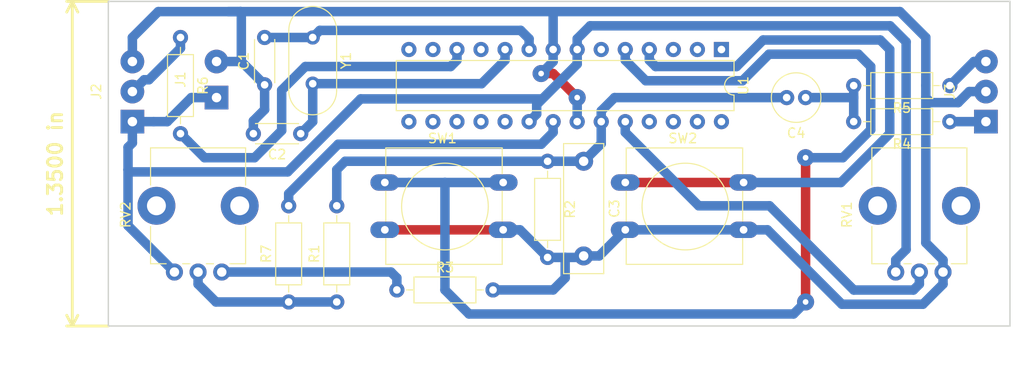
<source format=kicad_pcb>
(kicad_pcb (version 20171130) (host pcbnew 5.0.2-bee76a0~70~ubuntu16.04.1)

  (general
    (thickness 1.6)
    (drawings 6)
    (tracks 160)
    (zones 0)
    (modules 20)
    (nets 33)
  )

  (page A4)
  (layers
    (0 F.Cu signal)
    (31 B.Cu signal)
    (32 B.Adhes user)
    (33 F.Adhes user)
    (34 B.Paste user)
    (35 F.Paste user)
    (36 B.SilkS user)
    (37 F.SilkS user)
    (38 B.Mask user)
    (39 F.Mask user)
    (40 Dwgs.User user)
    (41 Cmts.User user)
    (42 Eco1.User user)
    (43 Eco2.User user)
    (44 Edge.Cuts user)
    (45 Margin user)
    (46 B.CrtYd user)
    (47 F.CrtYd user)
    (48 B.Fab user)
    (49 F.Fab user)
  )

  (setup
    (last_trace_width 1)
    (trace_clearance 0.5)
    (zone_clearance 1)
    (zone_45_only no)
    (trace_min 0.2)
    (segment_width 0.2)
    (edge_width 0.15)
    (via_size 1.8)
    (via_drill 0.6)
    (via_min_size 0.4)
    (via_min_drill 0.3)
    (uvia_size 0.3)
    (uvia_drill 0.1)
    (uvias_allowed no)
    (uvia_min_size 0.2)
    (uvia_min_drill 0.1)
    (pcb_text_width 0.3)
    (pcb_text_size 1.5 1.5)
    (mod_edge_width 0.15)
    (mod_text_size 1 1)
    (mod_text_width 0.15)
    (pad_size 1.524 1.524)
    (pad_drill 0.762)
    (pad_to_mask_clearance 0.051)
    (solder_mask_min_width 0.25)
    (aux_axis_origin 0 0)
    (visible_elements FFFFFF7F)
    (pcbplotparams
      (layerselection 0x010fc_ffffffff)
      (usegerberextensions false)
      (usegerberattributes false)
      (usegerberadvancedattributes false)
      (creategerberjobfile false)
      (excludeedgelayer true)
      (linewidth 0.100000)
      (plotframeref false)
      (viasonmask false)
      (mode 1)
      (useauxorigin false)
      (hpglpennumber 1)
      (hpglpenspeed 20)
      (hpglpendiameter 15.000000)
      (psnegative false)
      (psa4output false)
      (plotreference true)
      (plotvalue true)
      (plotinvisibletext false)
      (padsonsilk false)
      (subtractmaskfromsilk false)
      (outputformat 1)
      (mirror false)
      (drillshape 1)
      (scaleselection 1)
      (outputdirectory ""))
  )

  (net 0 "")
  (net 1 "Net-(U1-Pad1)")
  (net 2 "Net-(U1-Pad15)")
  (net 3 "Net-(U1-Pad2)")
  (net 4 "Net-(U1-Pad16)")
  (net 5 "Net-(U1-Pad3)")
  (net 6 "Net-(U1-Pad17)")
  (net 7 "Net-(SW2-Pad1)")
  (net 8 "Net-(U1-Pad18)")
  (net 9 "Net-(SW1-Pad1)")
  (net 10 "Net-(U1-Pad19)")
  (net 11 "Net-(U1-Pad6)")
  (net 12 "Net-(J1-Pad1)")
  (net 13 "Net-(C1-Pad1)")
  (net 14 "Net-(C1-Pad2)")
  (net 15 "Net-(C3-Pad1)")
  (net 16 "Net-(C2-Pad1)")
  (net 17 "Net-(RV1-Pad2)")
  (net 18 "Net-(U1-Pad11)")
  (net 19 "Net-(U1-Pad25)")
  (net 20 "Net-(J2-Pad2)")
  (net 21 "Net-(U1-Pad26)")
  (net 22 "Net-(U1-Pad13)")
  (net 23 "Net-(U1-Pad27)")
  (net 24 "Net-(U1-Pad14)")
  (net 25 "Net-(U1-Pad28)")
  (net 26 "Net-(C4-Pad1)")
  (net 27 "Net-(J3-Pad3)")
  (net 28 "Net-(J3-Pad1)")
  (net 29 "Net-(R1-Pad1)")
  (net 30 "Net-(R3-Pad1)")
  (net 31 "Net-(R6-Pad2)")
  (net 32 "Net-(R7-Pad2)")

  (net_class Default "This is the default net class."
    (clearance 0.5)
    (trace_width 1)
    (via_dia 1.8)
    (via_drill 0.6)
    (uvia_dia 0.3)
    (uvia_drill 0.1)
    (add_net "Net-(C1-Pad1)")
    (add_net "Net-(C1-Pad2)")
    (add_net "Net-(C2-Pad1)")
    (add_net "Net-(C3-Pad1)")
    (add_net "Net-(C4-Pad1)")
    (add_net "Net-(J1-Pad1)")
    (add_net "Net-(J2-Pad2)")
    (add_net "Net-(J3-Pad1)")
    (add_net "Net-(J3-Pad3)")
    (add_net "Net-(R1-Pad1)")
    (add_net "Net-(R3-Pad1)")
    (add_net "Net-(R6-Pad2)")
    (add_net "Net-(R7-Pad2)")
    (add_net "Net-(RV1-Pad2)")
    (add_net "Net-(SW1-Pad1)")
    (add_net "Net-(SW2-Pad1)")
    (add_net "Net-(U1-Pad1)")
    (add_net "Net-(U1-Pad11)")
    (add_net "Net-(U1-Pad13)")
    (add_net "Net-(U1-Pad14)")
    (add_net "Net-(U1-Pad15)")
    (add_net "Net-(U1-Pad16)")
    (add_net "Net-(U1-Pad17)")
    (add_net "Net-(U1-Pad18)")
    (add_net "Net-(U1-Pad19)")
    (add_net "Net-(U1-Pad2)")
    (add_net "Net-(U1-Pad25)")
    (add_net "Net-(U1-Pad26)")
    (add_net "Net-(U1-Pad27)")
    (add_net "Net-(U1-Pad28)")
    (add_net "Net-(U1-Pad3)")
    (add_net "Net-(U1-Pad6)")
  )

  (module Resistor_THT:R_Axial_DIN0207_L6.3mm_D2.5mm_P10.16mm_Horizontal (layer F.Cu) (tedit 5AE5139B) (tstamp 5C288C75)
    (at 198.12 82.55 180)
    (descr "Resistor, Axial_DIN0207 series, Axial, Horizontal, pin pitch=10.16mm, 0.25W = 1/4W, length*diameter=6.3*2.5mm^2, http://cdn-reichelt.de/documents/datenblatt/B400/1_4W%23YAG.pdf")
    (tags "Resistor Axial_DIN0207 series Axial Horizontal pin pitch 10.16mm 0.25W = 1/4W length 6.3mm diameter 2.5mm")
    (path /5C14B3B7)
    (fp_text reference R5 (at 5.08 -2.37 180) (layer F.SilkS)
      (effects (font (size 1 1) (thickness 0.15)))
    )
    (fp_text value 2k (at 5.08 2.37 180) (layer F.Fab)
      (effects (font (size 1 1) (thickness 0.15)))
    )
    (fp_line (start 1.93 -1.25) (end 1.93 1.25) (layer F.Fab) (width 0.1))
    (fp_line (start 1.93 1.25) (end 8.23 1.25) (layer F.Fab) (width 0.1))
    (fp_line (start 8.23 1.25) (end 8.23 -1.25) (layer F.Fab) (width 0.1))
    (fp_line (start 8.23 -1.25) (end 1.93 -1.25) (layer F.Fab) (width 0.1))
    (fp_line (start 0 0) (end 1.93 0) (layer F.Fab) (width 0.1))
    (fp_line (start 10.16 0) (end 8.23 0) (layer F.Fab) (width 0.1))
    (fp_line (start 1.81 -1.37) (end 1.81 1.37) (layer F.SilkS) (width 0.12))
    (fp_line (start 1.81 1.37) (end 8.35 1.37) (layer F.SilkS) (width 0.12))
    (fp_line (start 8.35 1.37) (end 8.35 -1.37) (layer F.SilkS) (width 0.12))
    (fp_line (start 8.35 -1.37) (end 1.81 -1.37) (layer F.SilkS) (width 0.12))
    (fp_line (start 1.04 0) (end 1.81 0) (layer F.SilkS) (width 0.12))
    (fp_line (start 9.12 0) (end 8.35 0) (layer F.SilkS) (width 0.12))
    (fp_line (start -1.05 -1.5) (end -1.05 1.5) (layer F.CrtYd) (width 0.05))
    (fp_line (start -1.05 1.5) (end 11.21 1.5) (layer F.CrtYd) (width 0.05))
    (fp_line (start 11.21 1.5) (end 11.21 -1.5) (layer F.CrtYd) (width 0.05))
    (fp_line (start 11.21 -1.5) (end -1.05 -1.5) (layer F.CrtYd) (width 0.05))
    (fp_text user %R (at 5.08 0 180) (layer F.Fab)
      (effects (font (size 1 1) (thickness 0.15)))
    )
    (pad 1 thru_hole circle (at 0 0 180) (size 1.6 1.6) (drill 0.8) (layers *.Cu *.Mask)
      (net 27 "Net-(J3-Pad3)"))
    (pad 2 thru_hole oval (at 10.16 0 180) (size 1.6 1.6) (drill 0.8) (layers *.Cu *.Mask)
      (net 26 "Net-(C4-Pad1)"))
    (model ${KISYS3DMOD}/Resistor_THT.3dshapes/R_Axial_DIN0207_L6.3mm_D2.5mm_P10.16mm_Horizontal.wrl
      (at (xyz 0 0 0))
      (scale (xyz 1 1 1))
      (rotate (xyz 0 0 0))
    )
  )

  (module Resistor_THT:R_Axial_DIN0207_L6.3mm_D2.5mm_P10.16mm_Horizontal (layer F.Cu) (tedit 5AE5139B) (tstamp 5C28901F)
    (at 155.622989 90.547412 270)
    (descr "Resistor, Axial_DIN0207 series, Axial, Horizontal, pin pitch=10.16mm, 0.25W = 1/4W, length*diameter=6.3*2.5mm^2, http://cdn-reichelt.de/documents/datenblatt/B400/1_4W%23YAG.pdf")
    (tags "Resistor Axial_DIN0207 series Axial Horizontal pin pitch 10.16mm 0.25W = 1/4W length 6.3mm diameter 2.5mm")
    (path /5C142B81)
    (fp_text reference R2 (at 5.08 -2.37 270) (layer F.SilkS)
      (effects (font (size 1 1) (thickness 0.15)))
    )
    (fp_text value 100k (at 5.08 2.37 270) (layer F.Fab)
      (effects (font (size 1 1) (thickness 0.15)))
    )
    (fp_text user %R (at 5.08 0 270) (layer F.Fab)
      (effects (font (size 1 1) (thickness 0.15)))
    )
    (fp_line (start 11.21 -1.5) (end -1.05 -1.5) (layer F.CrtYd) (width 0.05))
    (fp_line (start 11.21 1.5) (end 11.21 -1.5) (layer F.CrtYd) (width 0.05))
    (fp_line (start -1.05 1.5) (end 11.21 1.5) (layer F.CrtYd) (width 0.05))
    (fp_line (start -1.05 -1.5) (end -1.05 1.5) (layer F.CrtYd) (width 0.05))
    (fp_line (start 9.12 0) (end 8.35 0) (layer F.SilkS) (width 0.12))
    (fp_line (start 1.04 0) (end 1.81 0) (layer F.SilkS) (width 0.12))
    (fp_line (start 8.35 -1.37) (end 1.81 -1.37) (layer F.SilkS) (width 0.12))
    (fp_line (start 8.35 1.37) (end 8.35 -1.37) (layer F.SilkS) (width 0.12))
    (fp_line (start 1.81 1.37) (end 8.35 1.37) (layer F.SilkS) (width 0.12))
    (fp_line (start 1.81 -1.37) (end 1.81 1.37) (layer F.SilkS) (width 0.12))
    (fp_line (start 10.16 0) (end 8.23 0) (layer F.Fab) (width 0.1))
    (fp_line (start 0 0) (end 1.93 0) (layer F.Fab) (width 0.1))
    (fp_line (start 8.23 -1.25) (end 1.93 -1.25) (layer F.Fab) (width 0.1))
    (fp_line (start 8.23 1.25) (end 8.23 -1.25) (layer F.Fab) (width 0.1))
    (fp_line (start 1.93 1.25) (end 8.23 1.25) (layer F.Fab) (width 0.1))
    (fp_line (start 1.93 -1.25) (end 1.93 1.25) (layer F.Fab) (width 0.1))
    (pad 2 thru_hole oval (at 10.16 0 270) (size 1.6 1.6) (drill 0.8) (layers *.Cu *.Mask)
      (net 13 "Net-(C1-Pad1)"))
    (pad 1 thru_hole circle (at 0 0 270) (size 1.6 1.6) (drill 0.8) (layers *.Cu *.Mask)
      (net 15 "Net-(C3-Pad1)"))
    (model ${KISYS3DMOD}/Resistor_THT.3dshapes/R_Axial_DIN0207_L6.3mm_D2.5mm_P10.16mm_Horizontal.wrl
      (at (xyz 0 0 0))
      (scale (xyz 1 1 1))
      (rotate (xyz 0 0 0))
    )
  )

  (module Connector_Wire:SolderWirePad_1x03_P3.175mm_Drill1mm (layer F.Cu) (tedit 5AEE5F67) (tstamp 5C2888A9)
    (at 111.76 86.36 90)
    (descr "Wire solder connection")
    (tags connector)
    (path /5C15848B)
    (attr virtual)
    (fp_text reference J2 (at 3.175 -3.81 90) (layer F.SilkS)
      (effects (font (size 1 1) (thickness 0.15)))
    )
    (fp_text value WS2812 (at 3.175 3.175 90) (layer F.Fab)
      (effects (font (size 1 1) (thickness 0.15)))
    )
    (fp_text user %R (at 3.175 0 90) (layer F.Fab)
      (effects (font (size 1 1) (thickness 0.15)))
    )
    (fp_line (start -1.74 -1.75) (end 8.1 -1.75) (layer F.CrtYd) (width 0.05))
    (fp_line (start -1.74 -1.75) (end -1.74 1.75) (layer F.CrtYd) (width 0.05))
    (fp_line (start 8.1 1.75) (end 8.1 -1.75) (layer F.CrtYd) (width 0.05))
    (fp_line (start 8.1 1.75) (end -1.74 1.75) (layer F.CrtYd) (width 0.05))
    (pad 1 thru_hole rect (at 0 0 90) (size 2.49936 2.49936) (drill 1.00076) (layers *.Cu *.Mask)
      (net 12 "Net-(J1-Pad1)"))
    (pad 2 thru_hole circle (at 3.175 0 90) (size 2.49936 2.49936) (drill 1.00076) (layers *.Cu *.Mask)
      (net 20 "Net-(J2-Pad2)"))
    (pad 3 thru_hole circle (at 6.35 0 90) (size 2.49936 2.49936) (drill 1.00076) (layers *.Cu *.Mask)
      (net 13 "Net-(C1-Pad1)"))
  )

  (module Button_Switch_THT:SW_PUSH-12mm (layer F.Cu) (tedit 5A02FE31) (tstamp 5C286587)
    (at 163.83 92.79)
    (descr "SW PUSH 12mm https://www.e-switch.com/system/asset/product_line/data_sheet/143/TL1100.pdf")
    (tags "tact sw push 12mm")
    (path /5C141CB7)
    (fp_text reference SW2 (at 6.08 -4.66) (layer F.SilkS)
      (effects (font (size 1 1) (thickness 0.15)))
    )
    (fp_text value PATTERN (at 6.62 9.93) (layer F.Fab)
      (effects (font (size 1 1) (thickness 0.15)))
    )
    (fp_line (start 12.4 -3.65) (end 12.4 -0.93) (layer F.SilkS) (width 0.12))
    (fp_line (start 12.4 5.93) (end 12.4 8.65) (layer F.SilkS) (width 0.12))
    (fp_line (start 0.1 4.07) (end 0.1 0.93) (layer F.SilkS) (width 0.12))
    (fp_line (start 0.1 8.65) (end 0.1 5.93) (layer F.SilkS) (width 0.12))
    (fp_line (start 0.25 -3.5) (end 0.25 8.5) (layer F.Fab) (width 0.1))
    (fp_circle (center 6.35 2.54) (end 10.16 5.08) (layer F.SilkS) (width 0.12))
    (fp_line (start 14.25 8.75) (end -1.77 8.75) (layer F.CrtYd) (width 0.05))
    (fp_line (start 14.25 8.75) (end 14.25 -3.75) (layer F.CrtYd) (width 0.05))
    (fp_line (start -1.77 -3.75) (end -1.77 8.75) (layer F.CrtYd) (width 0.05))
    (fp_line (start -1.77 -3.75) (end 14.25 -3.75) (layer F.CrtYd) (width 0.05))
    (fp_line (start 0.1 -0.93) (end 0.1 -3.65) (layer F.SilkS) (width 0.12))
    (fp_line (start 12.4 8.65) (end 0.1 8.65) (layer F.SilkS) (width 0.12))
    (fp_line (start 12.4 0.93) (end 12.4 4.07) (layer F.SilkS) (width 0.12))
    (fp_line (start 0.1 -3.65) (end 12.4 -3.65) (layer F.SilkS) (width 0.12))
    (fp_text user %R (at 6.35 2.54) (layer F.Fab)
      (effects (font (size 1 1) (thickness 0.15)))
    )
    (fp_line (start 12.25 -3.5) (end 12.25 8.5) (layer F.Fab) (width 0.1))
    (fp_line (start 0.25 -3.5) (end 12.25 -3.5) (layer F.Fab) (width 0.1))
    (fp_line (start 0.25 8.5) (end 12.25 8.5) (layer F.Fab) (width 0.1))
    (pad 2 thru_hole oval (at 0 5) (size 3.048 1.7272) (drill 0.8128) (layers *.Cu *.Mask)
      (net 13 "Net-(C1-Pad1)"))
    (pad 1 thru_hole oval (at 0 0) (size 3.048 1.7272) (drill 0.8128) (layers *.Cu *.Mask)
      (net 7 "Net-(SW2-Pad1)"))
    (pad 2 thru_hole oval (at 12.5 5) (size 3.048 1.7272) (drill 0.8128) (layers *.Cu *.Mask)
      (net 13 "Net-(C1-Pad1)"))
    (pad 1 thru_hole oval (at 12.5 0) (size 3.048 1.7272) (drill 0.8128) (layers *.Cu *.Mask)
      (net 7 "Net-(SW2-Pad1)"))
    (model ${KISYS3DMOD}/Button_Switch_THT.3dshapes/SW_PUSH-12mm.wrl
      (at (xyz 0 0 0))
      (scale (xyz 1 1 1))
      (rotate (xyz 0 0 0))
    )
  )

  (module Button_Switch_THT:SW_PUSH-12mm (layer F.Cu) (tedit 5A02FE31) (tstamp 5C28656E)
    (at 138.43 92.79)
    (descr "SW PUSH 12mm https://www.e-switch.com/system/asset/product_line/data_sheet/143/TL1100.pdf")
    (tags "tact sw push 12mm")
    (path /5C141D4F)
    (fp_text reference SW1 (at 6.08 -4.66) (layer F.SilkS)
      (effects (font (size 1 1) (thickness 0.15)))
    )
    (fp_text value COLOR (at 6.62 9.93) (layer F.Fab)
      (effects (font (size 1 1) (thickness 0.15)))
    )
    (fp_line (start 0.25 8.5) (end 12.25 8.5) (layer F.Fab) (width 0.1))
    (fp_line (start 0.25 -3.5) (end 12.25 -3.5) (layer F.Fab) (width 0.1))
    (fp_line (start 12.25 -3.5) (end 12.25 8.5) (layer F.Fab) (width 0.1))
    (fp_text user %R (at 6.35 2.54) (layer F.Fab)
      (effects (font (size 1 1) (thickness 0.15)))
    )
    (fp_line (start 0.1 -3.65) (end 12.4 -3.65) (layer F.SilkS) (width 0.12))
    (fp_line (start 12.4 0.93) (end 12.4 4.07) (layer F.SilkS) (width 0.12))
    (fp_line (start 12.4 8.65) (end 0.1 8.65) (layer F.SilkS) (width 0.12))
    (fp_line (start 0.1 -0.93) (end 0.1 -3.65) (layer F.SilkS) (width 0.12))
    (fp_line (start -1.77 -3.75) (end 14.25 -3.75) (layer F.CrtYd) (width 0.05))
    (fp_line (start -1.77 -3.75) (end -1.77 8.75) (layer F.CrtYd) (width 0.05))
    (fp_line (start 14.25 8.75) (end 14.25 -3.75) (layer F.CrtYd) (width 0.05))
    (fp_line (start 14.25 8.75) (end -1.77 8.75) (layer F.CrtYd) (width 0.05))
    (fp_circle (center 6.35 2.54) (end 10.16 5.08) (layer F.SilkS) (width 0.12))
    (fp_line (start 0.25 -3.5) (end 0.25 8.5) (layer F.Fab) (width 0.1))
    (fp_line (start 0.1 8.65) (end 0.1 5.93) (layer F.SilkS) (width 0.12))
    (fp_line (start 0.1 4.07) (end 0.1 0.93) (layer F.SilkS) (width 0.12))
    (fp_line (start 12.4 5.93) (end 12.4 8.65) (layer F.SilkS) (width 0.12))
    (fp_line (start 12.4 -3.65) (end 12.4 -0.93) (layer F.SilkS) (width 0.12))
    (pad 1 thru_hole oval (at 12.5 0) (size 3.048 1.7272) (drill 0.8128) (layers *.Cu *.Mask)
      (net 9 "Net-(SW1-Pad1)"))
    (pad 2 thru_hole oval (at 12.5 5) (size 3.048 1.7272) (drill 0.8128) (layers *.Cu *.Mask)
      (net 13 "Net-(C1-Pad1)"))
    (pad 1 thru_hole oval (at 0 0) (size 3.048 1.7272) (drill 0.8128) (layers *.Cu *.Mask)
      (net 9 "Net-(SW1-Pad1)"))
    (pad 2 thru_hole oval (at 0 5) (size 3.048 1.7272) (drill 0.8128) (layers *.Cu *.Mask)
      (net 13 "Net-(C1-Pad1)"))
    (model ${KISYS3DMOD}/Button_Switch_THT.3dshapes/SW_PUSH-12mm.wrl
      (at (xyz 0 0 0))
      (scale (xyz 1 1 1))
      (rotate (xyz 0 0 0))
    )
  )

  (module Potentiometer_THT:Potentiometer_Alps_RK09K_Single_Vertical (layer F.Cu) (tedit 5A3D4993) (tstamp 5C286403)
    (at 197.4 102.25 90)
    (descr "Potentiometer, vertical, Alps RK09K Single, http://www.alps.com/prod/info/E/HTML/Potentiometer/RotaryPotentiometers/RK09K/RK09K_list.html")
    (tags "Potentiometer vertical Alps RK09K Single")
    (path /5C14226C)
    (fp_text reference RV1 (at 6.05 -10.15 90) (layer F.SilkS)
      (effects (font (size 1 1) (thickness 0.15)))
    )
    (fp_text value 10k (at 6.05 5.15 90) (layer F.Fab)
      (effects (font (size 1 1) (thickness 0.15)))
    )
    (fp_text user %R (at 2 -2.5 180) (layer F.Fab)
      (effects (font (size 1 1) (thickness 0.15)))
    )
    (fp_line (start 13.25 -9.15) (end -1.15 -9.15) (layer F.CrtYd) (width 0.05))
    (fp_line (start 13.25 4.15) (end 13.25 -9.15) (layer F.CrtYd) (width 0.05))
    (fp_line (start -1.15 4.15) (end 13.25 4.15) (layer F.CrtYd) (width 0.05))
    (fp_line (start -1.15 -9.15) (end -1.15 4.15) (layer F.CrtYd) (width 0.05))
    (fp_line (start 13.12 -7.521) (end 13.12 2.52) (layer F.SilkS) (width 0.12))
    (fp_line (start 0.88 0.87) (end 0.88 2.52) (layer F.SilkS) (width 0.12))
    (fp_line (start 0.88 -1.629) (end 0.88 -0.87) (layer F.SilkS) (width 0.12))
    (fp_line (start 0.88 -4.129) (end 0.88 -3.37) (layer F.SilkS) (width 0.12))
    (fp_line (start 0.88 -7.521) (end 0.88 -5.871) (layer F.SilkS) (width 0.12))
    (fp_line (start 9.184 2.52) (end 13.12 2.52) (layer F.SilkS) (width 0.12))
    (fp_line (start 0.88 2.52) (end 4.817 2.52) (layer F.SilkS) (width 0.12))
    (fp_line (start 9.184 -7.521) (end 13.12 -7.521) (layer F.SilkS) (width 0.12))
    (fp_line (start 0.88 -7.521) (end 4.817 -7.521) (layer F.SilkS) (width 0.12))
    (fp_line (start 13 -7.4) (end 1 -7.4) (layer F.Fab) (width 0.1))
    (fp_line (start 13 2.4) (end 13 -7.4) (layer F.Fab) (width 0.1))
    (fp_line (start 1 2.4) (end 13 2.4) (layer F.Fab) (width 0.1))
    (fp_line (start 1 -7.4) (end 1 2.4) (layer F.Fab) (width 0.1))
    (fp_circle (center 7.5 -2.5) (end 10.5 -2.5) (layer F.Fab) (width 0.1))
    (pad "" np_thru_hole circle (at 7 1.9 90) (size 4 4) (drill 2) (layers *.Cu *.Mask))
    (pad "" np_thru_hole circle (at 7 -6.9 90) (size 4 4) (drill 2) (layers *.Cu *.Mask))
    (pad 1 thru_hole circle (at 0 0 90) (size 1.8 1.8) (drill 1) (layers *.Cu *.Mask)
      (net 13 "Net-(C1-Pad1)"))
    (pad 2 thru_hole circle (at 0 -2.5 90) (size 1.8 1.8) (drill 1) (layers *.Cu *.Mask)
      (net 17 "Net-(RV1-Pad2)"))
    (pad 3 thru_hole circle (at 0 -5 90) (size 1.8 1.8) (drill 1) (layers *.Cu *.Mask)
      (net 12 "Net-(J1-Pad1)"))
    (model ${KISYS3DMOD}/Potentiometer_THT.3dshapes/Potentiometer_Alps_RK09K_Single_Vertical.wrl
      (at (xyz 0 0 0))
      (scale (xyz 1 1 1))
      (rotate (xyz 0 0 0))
    )
  )

  (module Potentiometer_THT:Potentiometer_Alps_RK09K_Single_Vertical (layer F.Cu) (tedit 5A3D4993) (tstamp 5C287F5C)
    (at 121.2 102.25 90)
    (descr "Potentiometer, vertical, Alps RK09K Single, http://www.alps.com/prod/info/E/HTML/Potentiometer/RotaryPotentiometers/RK09K/RK09K_list.html")
    (tags "Potentiometer vertical Alps RK09K Single")
    (path /5C142931)
    (fp_text reference RV2 (at 6.05 -10.15 90) (layer F.SilkS)
      (effects (font (size 1 1) (thickness 0.15)))
    )
    (fp_text value 10k (at 6.05 5.15 90) (layer F.Fab)
      (effects (font (size 1 1) (thickness 0.15)))
    )
    (fp_circle (center 7.5 -2.5) (end 10.5 -2.5) (layer F.Fab) (width 0.1))
    (fp_line (start 1 -7.4) (end 1 2.4) (layer F.Fab) (width 0.1))
    (fp_line (start 1 2.4) (end 13 2.4) (layer F.Fab) (width 0.1))
    (fp_line (start 13 2.4) (end 13 -7.4) (layer F.Fab) (width 0.1))
    (fp_line (start 13 -7.4) (end 1 -7.4) (layer F.Fab) (width 0.1))
    (fp_line (start 0.88 -7.521) (end 4.817 -7.521) (layer F.SilkS) (width 0.12))
    (fp_line (start 9.184 -7.521) (end 13.12 -7.521) (layer F.SilkS) (width 0.12))
    (fp_line (start 0.88 2.52) (end 4.817 2.52) (layer F.SilkS) (width 0.12))
    (fp_line (start 9.184 2.52) (end 13.12 2.52) (layer F.SilkS) (width 0.12))
    (fp_line (start 0.88 -7.521) (end 0.88 -5.871) (layer F.SilkS) (width 0.12))
    (fp_line (start 0.88 -4.129) (end 0.88 -3.37) (layer F.SilkS) (width 0.12))
    (fp_line (start 0.88 -1.629) (end 0.88 -0.87) (layer F.SilkS) (width 0.12))
    (fp_line (start 0.88 0.87) (end 0.88 2.52) (layer F.SilkS) (width 0.12))
    (fp_line (start 13.12 -7.521) (end 13.12 2.52) (layer F.SilkS) (width 0.12))
    (fp_line (start -1.15 -9.15) (end -1.15 4.15) (layer F.CrtYd) (width 0.05))
    (fp_line (start -1.15 4.15) (end 13.25 4.15) (layer F.CrtYd) (width 0.05))
    (fp_line (start 13.25 4.15) (end 13.25 -9.15) (layer F.CrtYd) (width 0.05))
    (fp_line (start 13.25 -9.15) (end -1.15 -9.15) (layer F.CrtYd) (width 0.05))
    (fp_text user %R (at 2 -2.5 180) (layer F.Fab)
      (effects (font (size 1 1) (thickness 0.15)))
    )
    (pad 3 thru_hole circle (at 0 -5 90) (size 1.8 1.8) (drill 1) (layers *.Cu *.Mask)
      (net 12 "Net-(J1-Pad1)"))
    (pad 2 thru_hole circle (at 0 -2.5 90) (size 1.8 1.8) (drill 1) (layers *.Cu *.Mask)
      (net 29 "Net-(R1-Pad1)"))
    (pad 1 thru_hole circle (at 0 0 90) (size 1.8 1.8) (drill 1) (layers *.Cu *.Mask)
      (net 30 "Net-(R3-Pad1)"))
    (pad "" np_thru_hole circle (at 7 -6.9 90) (size 4 4) (drill 2) (layers *.Cu *.Mask))
    (pad "" np_thru_hole circle (at 7 1.9 90) (size 4 4) (drill 2) (layers *.Cu *.Mask))
    (model ${KISYS3DMOD}/Potentiometer_THT.3dshapes/Potentiometer_Alps_RK09K_Single_Vertical.wrl
      (at (xyz 0 0 0))
      (scale (xyz 1 1 1))
      (rotate (xyz 0 0 0))
    )
  )

  (module Capacitor_THT:C_Rect_L13.5mm_W4.0mm_P10.00mm_FKS3_FKP3_MKS4 (layer F.Cu) (tedit 5AE50EF0) (tstamp 5C28905D)
    (at 159.432989 90.547412 270)
    (descr "C, Rect series, Radial, pin pitch=10.00mm, , length*width=13.5*4mm^2, Capacitor, http://www.wima.com/EN/WIMA_FKS_3.pdf, http://www.wima.com/EN/WIMA_MKS_4.pdf")
    (tags "C Rect series Radial pin pitch 10.00mm  length 13.5mm width 4mm Capacitor")
    (path /5C142A1B)
    (fp_text reference C3 (at 5 -3.25 270) (layer F.SilkS)
      (effects (font (size 1 1) (thickness 0.15)))
    )
    (fp_text value 0,1uF (at 5 3.25 270) (layer F.Fab)
      (effects (font (size 1 1) (thickness 0.15)))
    )
    (fp_line (start -1.75 -2) (end -1.75 2) (layer F.Fab) (width 0.1))
    (fp_line (start -1.75 2) (end 11.75 2) (layer F.Fab) (width 0.1))
    (fp_line (start 11.75 2) (end 11.75 -2) (layer F.Fab) (width 0.1))
    (fp_line (start 11.75 -2) (end -1.75 -2) (layer F.Fab) (width 0.1))
    (fp_line (start -1.87 -2.12) (end 11.87 -2.12) (layer F.SilkS) (width 0.12))
    (fp_line (start -1.87 2.12) (end 11.87 2.12) (layer F.SilkS) (width 0.12))
    (fp_line (start -1.87 -2.12) (end -1.87 2.12) (layer F.SilkS) (width 0.12))
    (fp_line (start 11.87 -2.12) (end 11.87 2.12) (layer F.SilkS) (width 0.12))
    (fp_line (start -2 -2.25) (end -2 2.25) (layer F.CrtYd) (width 0.05))
    (fp_line (start -2 2.25) (end 12 2.25) (layer F.CrtYd) (width 0.05))
    (fp_line (start 12 2.25) (end 12 -2.25) (layer F.CrtYd) (width 0.05))
    (fp_line (start 12 -2.25) (end -2 -2.25) (layer F.CrtYd) (width 0.05))
    (fp_text user %R (at 5 0 270) (layer F.Fab)
      (effects (font (size 1 1) (thickness 0.15)))
    )
    (pad 1 thru_hole circle (at 0 0 270) (size 2 2) (drill 1) (layers *.Cu *.Mask)
      (net 15 "Net-(C3-Pad1)"))
    (pad 2 thru_hole circle (at 10 0 270) (size 2 2) (drill 1) (layers *.Cu *.Mask)
      (net 13 "Net-(C1-Pad1)"))
    (model ${KISYS3DMOD}/Capacitor_THT.3dshapes/C_Rect_L13.5mm_W4.0mm_P10.00mm_FKS3_FKP3_MKS4.wrl
      (at (xyz 0 0 0))
      (scale (xyz 1 1 1))
      (rotate (xyz 0 0 0))
    )
  )

  (module Resistor_THT:R_Axial_DIN0207_L6.3mm_D2.5mm_P10.16mm_Horizontal (layer F.Cu) (tedit 5AE5139B) (tstamp 5C23391A)
    (at 128.27 105.41 90)
    (descr "Resistor, Axial_DIN0207 series, Axial, Horizontal, pin pitch=10.16mm, 0.25W = 1/4W, length*diameter=6.3*2.5mm^2, http://cdn-reichelt.de/documents/datenblatt/B400/1_4W%23YAG.pdf")
    (tags "Resistor Axial_DIN0207 series Axial Horizontal pin pitch 10.16mm 0.25W = 1/4W length 6.3mm diameter 2.5mm")
    (path /5C16A2B9)
    (fp_text reference R7 (at 5.08 -2.37 90) (layer F.SilkS)
      (effects (font (size 1 1) (thickness 0.15)))
    )
    (fp_text value 2k (at 5.08 2.37 90) (layer F.Fab)
      (effects (font (size 1 1) (thickness 0.15)))
    )
    (fp_line (start 1.93 -1.25) (end 1.93 1.25) (layer F.Fab) (width 0.1))
    (fp_line (start 1.93 1.25) (end 8.23 1.25) (layer F.Fab) (width 0.1))
    (fp_line (start 8.23 1.25) (end 8.23 -1.25) (layer F.Fab) (width 0.1))
    (fp_line (start 8.23 -1.25) (end 1.93 -1.25) (layer F.Fab) (width 0.1))
    (fp_line (start 0 0) (end 1.93 0) (layer F.Fab) (width 0.1))
    (fp_line (start 10.16 0) (end 8.23 0) (layer F.Fab) (width 0.1))
    (fp_line (start 1.81 -1.37) (end 1.81 1.37) (layer F.SilkS) (width 0.12))
    (fp_line (start 1.81 1.37) (end 8.35 1.37) (layer F.SilkS) (width 0.12))
    (fp_line (start 8.35 1.37) (end 8.35 -1.37) (layer F.SilkS) (width 0.12))
    (fp_line (start 8.35 -1.37) (end 1.81 -1.37) (layer F.SilkS) (width 0.12))
    (fp_line (start 1.04 0) (end 1.81 0) (layer F.SilkS) (width 0.12))
    (fp_line (start 9.12 0) (end 8.35 0) (layer F.SilkS) (width 0.12))
    (fp_line (start -1.05 -1.5) (end -1.05 1.5) (layer F.CrtYd) (width 0.05))
    (fp_line (start -1.05 1.5) (end 11.21 1.5) (layer F.CrtYd) (width 0.05))
    (fp_line (start 11.21 1.5) (end 11.21 -1.5) (layer F.CrtYd) (width 0.05))
    (fp_line (start 11.21 -1.5) (end -1.05 -1.5) (layer F.CrtYd) (width 0.05))
    (fp_text user %R (at 5.08 0 90) (layer F.Fab)
      (effects (font (size 1 1) (thickness 0.15)))
    )
    (pad 1 thru_hole circle (at 0 0 90) (size 1.6 1.6) (drill 0.8) (layers *.Cu *.Mask)
      (net 29 "Net-(R1-Pad1)"))
    (pad 2 thru_hole oval (at 10.16 0 90) (size 1.6 1.6) (drill 0.8) (layers *.Cu *.Mask)
      (net 32 "Net-(R7-Pad2)"))
    (model ${KISYS3DMOD}/Resistor_THT.3dshapes/R_Axial_DIN0207_L6.3mm_D2.5mm_P10.16mm_Horizontal.wrl
      (at (xyz 0 0 0))
      (scale (xyz 1 1 1))
      (rotate (xyz 0 0 0))
    )
  )

  (module Connector_Wire:SolderWirePad_1x02_P3.81mm_Drill1mm (layer F.Cu) (tedit 5AEE5F04) (tstamp 5C288AAC)
    (at 120.65 83.82 90)
    (descr "Wire solder connection")
    (tags connector)
    (path /5C15BC04)
    (attr virtual)
    (fp_text reference J1 (at 1.905 -3.81 90) (layer F.SilkS)
      (effects (font (size 1 1) (thickness 0.15)))
    )
    (fp_text value 5V (at 1.905 3.81 90) (layer F.Fab)
      (effects (font (size 1 1) (thickness 0.15)))
    )
    (fp_text user %R (at 1.905 0 90) (layer F.Fab)
      (effects (font (size 1 1) (thickness 0.15)))
    )
    (fp_line (start -1.74 -1.75) (end 5.56 -1.75) (layer F.CrtYd) (width 0.05))
    (fp_line (start -1.74 -1.75) (end -1.74 1.75) (layer F.CrtYd) (width 0.05))
    (fp_line (start 5.56 1.75) (end 5.56 -1.75) (layer F.CrtYd) (width 0.05))
    (fp_line (start 5.56 1.75) (end -1.74 1.75) (layer F.CrtYd) (width 0.05))
    (pad 1 thru_hole rect (at 0 0 90) (size 2.49936 2.49936) (drill 1.00076) (layers *.Cu *.Mask)
      (net 12 "Net-(J1-Pad1)"))
    (pad 2 thru_hole circle (at 3.81 0 90) (size 2.49936 2.49936) (drill 1.00076) (layers *.Cu *.Mask)
      (net 13 "Net-(C1-Pad1)"))
  )

  (module Resistor_THT:R_Axial_DIN0207_L6.3mm_D2.5mm_P10.16mm_Horizontal (layer F.Cu) (tedit 5AE5139B) (tstamp 5C180B39)
    (at 116.84 77.47 270)
    (descr "Resistor, Axial_DIN0207 series, Axial, Horizontal, pin pitch=10.16mm, 0.25W = 1/4W, length*diameter=6.3*2.5mm^2, http://cdn-reichelt.de/documents/datenblatt/B400/1_4W%23YAG.pdf")
    (tags "Resistor Axial_DIN0207 series Axial Horizontal pin pitch 10.16mm 0.25W = 1/4W length 6.3mm diameter 2.5mm")
    (path /5C14FEE7)
    (fp_text reference R6 (at 5.08 -2.37 270) (layer F.SilkS)
      (effects (font (size 1 1) (thickness 0.15)))
    )
    (fp_text value 220 (at 5.08 2.37 270) (layer F.Fab)
      (effects (font (size 1 1) (thickness 0.15)))
    )
    (fp_text user %R (at 5.08 0 270) (layer F.Fab)
      (effects (font (size 1 1) (thickness 0.15)))
    )
    (fp_line (start 11.21 -1.5) (end -1.05 -1.5) (layer F.CrtYd) (width 0.05))
    (fp_line (start 11.21 1.5) (end 11.21 -1.5) (layer F.CrtYd) (width 0.05))
    (fp_line (start -1.05 1.5) (end 11.21 1.5) (layer F.CrtYd) (width 0.05))
    (fp_line (start -1.05 -1.5) (end -1.05 1.5) (layer F.CrtYd) (width 0.05))
    (fp_line (start 9.12 0) (end 8.35 0) (layer F.SilkS) (width 0.12))
    (fp_line (start 1.04 0) (end 1.81 0) (layer F.SilkS) (width 0.12))
    (fp_line (start 8.35 -1.37) (end 1.81 -1.37) (layer F.SilkS) (width 0.12))
    (fp_line (start 8.35 1.37) (end 8.35 -1.37) (layer F.SilkS) (width 0.12))
    (fp_line (start 1.81 1.37) (end 8.35 1.37) (layer F.SilkS) (width 0.12))
    (fp_line (start 1.81 -1.37) (end 1.81 1.37) (layer F.SilkS) (width 0.12))
    (fp_line (start 10.16 0) (end 8.23 0) (layer F.Fab) (width 0.1))
    (fp_line (start 0 0) (end 1.93 0) (layer F.Fab) (width 0.1))
    (fp_line (start 8.23 -1.25) (end 1.93 -1.25) (layer F.Fab) (width 0.1))
    (fp_line (start 8.23 1.25) (end 8.23 -1.25) (layer F.Fab) (width 0.1))
    (fp_line (start 1.93 1.25) (end 8.23 1.25) (layer F.Fab) (width 0.1))
    (fp_line (start 1.93 -1.25) (end 1.93 1.25) (layer F.Fab) (width 0.1))
    (pad 2 thru_hole oval (at 10.16 0 270) (size 1.6 1.6) (drill 0.8) (layers *.Cu *.Mask)
      (net 31 "Net-(R6-Pad2)"))
    (pad 1 thru_hole circle (at 0 0 270) (size 1.6 1.6) (drill 0.8) (layers *.Cu *.Mask)
      (net 20 "Net-(J2-Pad2)"))
    (model ${KISYS3DMOD}/Resistor_THT.3dshapes/R_Axial_DIN0207_L6.3mm_D2.5mm_P10.16mm_Horizontal.wrl
      (at (xyz 0 0 0))
      (scale (xyz 1 1 1))
      (rotate (xyz 0 0 0))
    )
  )

  (module Resistor_THT:R_Axial_DIN0207_L6.3mm_D2.5mm_P10.16mm_Horizontal (layer F.Cu) (tedit 5AE5139B) (tstamp 5C289292)
    (at 133.35 105.41 90)
    (descr "Resistor, Axial_DIN0207 series, Axial, Horizontal, pin pitch=10.16mm, 0.25W = 1/4W, length*diameter=6.3*2.5mm^2, http://cdn-reichelt.de/documents/datenblatt/B400/1_4W%23YAG.pdf")
    (tags "Resistor Axial_DIN0207 series Axial Horizontal pin pitch 10.16mm 0.25W = 1/4W length 6.3mm diameter 2.5mm")
    (path /5C142CB7)
    (fp_text reference R1 (at 5.08 -2.37 90) (layer F.SilkS)
      (effects (font (size 1 1) (thickness 0.15)))
    )
    (fp_text value 100k (at 5.08 2.37 90) (layer F.Fab)
      (effects (font (size 1 1) (thickness 0.15)))
    )
    (fp_line (start 1.93 -1.25) (end 1.93 1.25) (layer F.Fab) (width 0.1))
    (fp_line (start 1.93 1.25) (end 8.23 1.25) (layer F.Fab) (width 0.1))
    (fp_line (start 8.23 1.25) (end 8.23 -1.25) (layer F.Fab) (width 0.1))
    (fp_line (start 8.23 -1.25) (end 1.93 -1.25) (layer F.Fab) (width 0.1))
    (fp_line (start 0 0) (end 1.93 0) (layer F.Fab) (width 0.1))
    (fp_line (start 10.16 0) (end 8.23 0) (layer F.Fab) (width 0.1))
    (fp_line (start 1.81 -1.37) (end 1.81 1.37) (layer F.SilkS) (width 0.12))
    (fp_line (start 1.81 1.37) (end 8.35 1.37) (layer F.SilkS) (width 0.12))
    (fp_line (start 8.35 1.37) (end 8.35 -1.37) (layer F.SilkS) (width 0.12))
    (fp_line (start 8.35 -1.37) (end 1.81 -1.37) (layer F.SilkS) (width 0.12))
    (fp_line (start 1.04 0) (end 1.81 0) (layer F.SilkS) (width 0.12))
    (fp_line (start 9.12 0) (end 8.35 0) (layer F.SilkS) (width 0.12))
    (fp_line (start -1.05 -1.5) (end -1.05 1.5) (layer F.CrtYd) (width 0.05))
    (fp_line (start -1.05 1.5) (end 11.21 1.5) (layer F.CrtYd) (width 0.05))
    (fp_line (start 11.21 1.5) (end 11.21 -1.5) (layer F.CrtYd) (width 0.05))
    (fp_line (start 11.21 -1.5) (end -1.05 -1.5) (layer F.CrtYd) (width 0.05))
    (fp_text user %R (at 5.08 0 90) (layer F.Fab)
      (effects (font (size 1 1) (thickness 0.15)))
    )
    (pad 1 thru_hole circle (at 0 0 90) (size 1.6 1.6) (drill 0.8) (layers *.Cu *.Mask)
      (net 29 "Net-(R1-Pad1)"))
    (pad 2 thru_hole oval (at 10.16 0 90) (size 1.6 1.6) (drill 0.8) (layers *.Cu *.Mask)
      (net 15 "Net-(C3-Pad1)"))
    (model ${KISYS3DMOD}/Resistor_THT.3dshapes/R_Axial_DIN0207_L6.3mm_D2.5mm_P10.16mm_Horizontal.wrl
      (at (xyz 0 0 0))
      (scale (xyz 1 1 1))
      (rotate (xyz 0 0 0))
    )
  )

  (module Resistor_THT:R_Axial_DIN0207_L6.3mm_D2.5mm_P10.16mm_Horizontal (layer F.Cu) (tedit 5AE5139B) (tstamp 5C289496)
    (at 139.7 104.14)
    (descr "Resistor, Axial_DIN0207 series, Axial, Horizontal, pin pitch=10.16mm, 0.25W = 1/4W, length*diameter=6.3*2.5mm^2, http://cdn-reichelt.de/documents/datenblatt/B400/1_4W%23YAG.pdf")
    (tags "Resistor Axial_DIN0207 series Axial Horizontal pin pitch 10.16mm 0.25W = 1/4W length 6.3mm diameter 2.5mm")
    (path /5C149033)
    (fp_text reference R3 (at 5.08 -2.37) (layer F.SilkS)
      (effects (font (size 1 1) (thickness 0.15)))
    )
    (fp_text value 2k (at 5.08 2.37) (layer F.Fab)
      (effects (font (size 1 1) (thickness 0.15)))
    )
    (fp_line (start 1.93 -1.25) (end 1.93 1.25) (layer F.Fab) (width 0.1))
    (fp_line (start 1.93 1.25) (end 8.23 1.25) (layer F.Fab) (width 0.1))
    (fp_line (start 8.23 1.25) (end 8.23 -1.25) (layer F.Fab) (width 0.1))
    (fp_line (start 8.23 -1.25) (end 1.93 -1.25) (layer F.Fab) (width 0.1))
    (fp_line (start 0 0) (end 1.93 0) (layer F.Fab) (width 0.1))
    (fp_line (start 10.16 0) (end 8.23 0) (layer F.Fab) (width 0.1))
    (fp_line (start 1.81 -1.37) (end 1.81 1.37) (layer F.SilkS) (width 0.12))
    (fp_line (start 1.81 1.37) (end 8.35 1.37) (layer F.SilkS) (width 0.12))
    (fp_line (start 8.35 1.37) (end 8.35 -1.37) (layer F.SilkS) (width 0.12))
    (fp_line (start 8.35 -1.37) (end 1.81 -1.37) (layer F.SilkS) (width 0.12))
    (fp_line (start 1.04 0) (end 1.81 0) (layer F.SilkS) (width 0.12))
    (fp_line (start 9.12 0) (end 8.35 0) (layer F.SilkS) (width 0.12))
    (fp_line (start -1.05 -1.5) (end -1.05 1.5) (layer F.CrtYd) (width 0.05))
    (fp_line (start -1.05 1.5) (end 11.21 1.5) (layer F.CrtYd) (width 0.05))
    (fp_line (start 11.21 1.5) (end 11.21 -1.5) (layer F.CrtYd) (width 0.05))
    (fp_line (start 11.21 -1.5) (end -1.05 -1.5) (layer F.CrtYd) (width 0.05))
    (fp_text user %R (at 5.08 0) (layer F.Fab)
      (effects (font (size 1 1) (thickness 0.15)))
    )
    (pad 1 thru_hole circle (at 0 0) (size 1.6 1.6) (drill 0.8) (layers *.Cu *.Mask)
      (net 30 "Net-(R3-Pad1)"))
    (pad 2 thru_hole oval (at 10.16 0) (size 1.6 1.6) (drill 0.8) (layers *.Cu *.Mask)
      (net 13 "Net-(C1-Pad1)"))
    (model ${KISYS3DMOD}/Resistor_THT.3dshapes/R_Axial_DIN0207_L6.3mm_D2.5mm_P10.16mm_Horizontal.wrl
      (at (xyz 0 0 0))
      (scale (xyz 1 1 1))
      (rotate (xyz 0 0 0))
    )
  )

  (module Resistor_THT:R_Axial_DIN0207_L6.3mm_D2.5mm_P10.16mm_Horizontal (layer F.Cu) (tedit 5AE5139B) (tstamp 5C289189)
    (at 198.12 86.36 180)
    (descr "Resistor, Axial_DIN0207 series, Axial, Horizontal, pin pitch=10.16mm, 0.25W = 1/4W, length*diameter=6.3*2.5mm^2, http://cdn-reichelt.de/documents/datenblatt/B400/1_4W%23YAG.pdf")
    (tags "Resistor Axial_DIN0207 series Axial Horizontal pin pitch 10.16mm 0.25W = 1/4W length 6.3mm diameter 2.5mm")
    (path /5C14B333)
    (fp_text reference R4 (at 5.08 -2.37 180) (layer F.SilkS)
      (effects (font (size 1 1) (thickness 0.15)))
    )
    (fp_text value 2k (at 5.08 2.37 180) (layer F.Fab)
      (effects (font (size 1 1) (thickness 0.15)))
    )
    (fp_text user %R (at 5.08 0 180) (layer F.Fab)
      (effects (font (size 1 1) (thickness 0.15)))
    )
    (fp_line (start 11.21 -1.5) (end -1.05 -1.5) (layer F.CrtYd) (width 0.05))
    (fp_line (start 11.21 1.5) (end 11.21 -1.5) (layer F.CrtYd) (width 0.05))
    (fp_line (start -1.05 1.5) (end 11.21 1.5) (layer F.CrtYd) (width 0.05))
    (fp_line (start -1.05 -1.5) (end -1.05 1.5) (layer F.CrtYd) (width 0.05))
    (fp_line (start 9.12 0) (end 8.35 0) (layer F.SilkS) (width 0.12))
    (fp_line (start 1.04 0) (end 1.81 0) (layer F.SilkS) (width 0.12))
    (fp_line (start 8.35 -1.37) (end 1.81 -1.37) (layer F.SilkS) (width 0.12))
    (fp_line (start 8.35 1.37) (end 8.35 -1.37) (layer F.SilkS) (width 0.12))
    (fp_line (start 1.81 1.37) (end 8.35 1.37) (layer F.SilkS) (width 0.12))
    (fp_line (start 1.81 -1.37) (end 1.81 1.37) (layer F.SilkS) (width 0.12))
    (fp_line (start 10.16 0) (end 8.23 0) (layer F.Fab) (width 0.1))
    (fp_line (start 0 0) (end 1.93 0) (layer F.Fab) (width 0.1))
    (fp_line (start 8.23 -1.25) (end 1.93 -1.25) (layer F.Fab) (width 0.1))
    (fp_line (start 8.23 1.25) (end 8.23 -1.25) (layer F.Fab) (width 0.1))
    (fp_line (start 1.93 1.25) (end 8.23 1.25) (layer F.Fab) (width 0.1))
    (fp_line (start 1.93 -1.25) (end 1.93 1.25) (layer F.Fab) (width 0.1))
    (pad 2 thru_hole oval (at 10.16 0 180) (size 1.6 1.6) (drill 0.8) (layers *.Cu *.Mask)
      (net 26 "Net-(C4-Pad1)"))
    (pad 1 thru_hole circle (at 0 0 180) (size 1.6 1.6) (drill 0.8) (layers *.Cu *.Mask)
      (net 28 "Net-(J3-Pad1)"))
    (model ${KISYS3DMOD}/Resistor_THT.3dshapes/R_Axial_DIN0207_L6.3mm_D2.5mm_P10.16mm_Horizontal.wrl
      (at (xyz 0 0 0))
      (scale (xyz 1 1 1))
      (rotate (xyz 0 0 0))
    )
  )

  (module Connector_Wire:SolderWirePad_1x03_P3.175mm_Drill1mm (layer F.Cu) (tedit 5AEE5F67) (tstamp 5C288CCA)
    (at 201.93 86.36 90)
    (descr "Wire solder connection")
    (tags connector)
    (path /5C1557B8)
    (attr virtual)
    (fp_text reference J3 (at 3.175 -3.81 90) (layer F.SilkS)
      (effects (font (size 1 1) (thickness 0.15)))
    )
    (fp_text value Audio (at 3.175 3.175 90) (layer F.Fab)
      (effects (font (size 1 1) (thickness 0.15)))
    )
    (fp_text user %R (at 3.175 0 90) (layer F.Fab)
      (effects (font (size 1 1) (thickness 0.15)))
    )
    (fp_line (start -1.74 -1.75) (end 8.1 -1.75) (layer F.CrtYd) (width 0.05))
    (fp_line (start -1.74 -1.75) (end -1.74 1.75) (layer F.CrtYd) (width 0.05))
    (fp_line (start 8.1 1.75) (end 8.1 -1.75) (layer F.CrtYd) (width 0.05))
    (fp_line (start 8.1 1.75) (end -1.74 1.75) (layer F.CrtYd) (width 0.05))
    (pad 1 thru_hole rect (at 0 0 90) (size 2.49936 2.49936) (drill 1.00076) (layers *.Cu *.Mask)
      (net 28 "Net-(J3-Pad1)"))
    (pad 2 thru_hole circle (at 3.175 0 90) (size 2.49936 2.49936) (drill 1.00076) (layers *.Cu *.Mask)
      (net 13 "Net-(C1-Pad1)"))
    (pad 3 thru_hole circle (at 6.35 0 90) (size 2.49936 2.49936) (drill 1.00076) (layers *.Cu *.Mask)
      (net 27 "Net-(J3-Pad3)"))
  )

  (module Capacitor_THT:C_Disc_D4.3mm_W1.9mm_P5.00mm (layer F.Cu) (tedit 5AE50EF0) (tstamp 5C2DDA9D)
    (at 125.73 82.47 90)
    (descr "C, Disc series, Radial, pin pitch=5.00mm, , diameter*width=4.3*1.9mm^2, Capacitor, http://www.vishay.com/docs/45233/krseries.pdf")
    (tags "C Disc series Radial pin pitch 5.00mm  diameter 4.3mm width 1.9mm Capacitor")
    (path /5C141453)
    (fp_text reference C1 (at 2.5 -2.2 90) (layer F.SilkS)
      (effects (font (size 1 1) (thickness 0.15)))
    )
    (fp_text value 22pF (at 2.5 2.2 90) (layer F.Fab)
      (effects (font (size 1 1) (thickness 0.15)))
    )
    (fp_text user %R (at 2.5 0 90) (layer F.Fab)
      (effects (font (size 0.86 0.86) (thickness 0.129)))
    )
    (fp_line (start 6.05 -1.2) (end -1.05 -1.2) (layer F.CrtYd) (width 0.05))
    (fp_line (start 6.05 1.2) (end 6.05 -1.2) (layer F.CrtYd) (width 0.05))
    (fp_line (start -1.05 1.2) (end 6.05 1.2) (layer F.CrtYd) (width 0.05))
    (fp_line (start -1.05 -1.2) (end -1.05 1.2) (layer F.CrtYd) (width 0.05))
    (fp_line (start 4.77 1.055) (end 4.77 1.07) (layer F.SilkS) (width 0.12))
    (fp_line (start 4.77 -1.07) (end 4.77 -1.055) (layer F.SilkS) (width 0.12))
    (fp_line (start 0.23 1.055) (end 0.23 1.07) (layer F.SilkS) (width 0.12))
    (fp_line (start 0.23 -1.07) (end 0.23 -1.055) (layer F.SilkS) (width 0.12))
    (fp_line (start 0.23 1.07) (end 4.77 1.07) (layer F.SilkS) (width 0.12))
    (fp_line (start 0.23 -1.07) (end 4.77 -1.07) (layer F.SilkS) (width 0.12))
    (fp_line (start 4.65 -0.95) (end 0.35 -0.95) (layer F.Fab) (width 0.1))
    (fp_line (start 4.65 0.95) (end 4.65 -0.95) (layer F.Fab) (width 0.1))
    (fp_line (start 0.35 0.95) (end 4.65 0.95) (layer F.Fab) (width 0.1))
    (fp_line (start 0.35 -0.95) (end 0.35 0.95) (layer F.Fab) (width 0.1))
    (pad 2 thru_hole circle (at 5 0 90) (size 1.6 1.6) (drill 0.8) (layers *.Cu *.Mask)
      (net 14 "Net-(C1-Pad2)"))
    (pad 1 thru_hole circle (at 0 0 90) (size 1.6 1.6) (drill 0.8) (layers *.Cu *.Mask)
      (net 13 "Net-(C1-Pad1)"))
    (model ${KISYS3DMOD}/Capacitor_THT.3dshapes/C_Disc_D4.3mm_W1.9mm_P5.00mm.wrl
      (at (xyz 0 0 0))
      (scale (xyz 1 1 1))
      (rotate (xyz 0 0 0))
    )
  )

  (module Capacitor_THT:C_Disc_D4.3mm_W1.9mm_P5.00mm (layer F.Cu) (tedit 5AE50EF0) (tstamp 5C2DC96E)
    (at 129.54 87.63 180)
    (descr "C, Disc series, Radial, pin pitch=5.00mm, , diameter*width=4.3*1.9mm^2, Capacitor, http://www.vishay.com/docs/45233/krseries.pdf")
    (tags "C Disc series Radial pin pitch 5.00mm  diameter 4.3mm width 1.9mm Capacitor")
    (path /5C1414B1)
    (fp_text reference C2 (at 2.5 -2.2 180) (layer F.SilkS)
      (effects (font (size 1 1) (thickness 0.15)))
    )
    (fp_text value 22pF (at 2.5 2.2 180) (layer F.Fab)
      (effects (font (size 1 1) (thickness 0.15)))
    )
    (fp_line (start 0.35 -0.95) (end 0.35 0.95) (layer F.Fab) (width 0.1))
    (fp_line (start 0.35 0.95) (end 4.65 0.95) (layer F.Fab) (width 0.1))
    (fp_line (start 4.65 0.95) (end 4.65 -0.95) (layer F.Fab) (width 0.1))
    (fp_line (start 4.65 -0.95) (end 0.35 -0.95) (layer F.Fab) (width 0.1))
    (fp_line (start 0.23 -1.07) (end 4.77 -1.07) (layer F.SilkS) (width 0.12))
    (fp_line (start 0.23 1.07) (end 4.77 1.07) (layer F.SilkS) (width 0.12))
    (fp_line (start 0.23 -1.07) (end 0.23 -1.055) (layer F.SilkS) (width 0.12))
    (fp_line (start 0.23 1.055) (end 0.23 1.07) (layer F.SilkS) (width 0.12))
    (fp_line (start 4.77 -1.07) (end 4.77 -1.055) (layer F.SilkS) (width 0.12))
    (fp_line (start 4.77 1.055) (end 4.77 1.07) (layer F.SilkS) (width 0.12))
    (fp_line (start -1.05 -1.2) (end -1.05 1.2) (layer F.CrtYd) (width 0.05))
    (fp_line (start -1.05 1.2) (end 6.05 1.2) (layer F.CrtYd) (width 0.05))
    (fp_line (start 6.05 1.2) (end 6.05 -1.2) (layer F.CrtYd) (width 0.05))
    (fp_line (start 6.05 -1.2) (end -1.05 -1.2) (layer F.CrtYd) (width 0.05))
    (fp_text user %R (at 2.5 0) (layer F.Fab)
      (effects (font (size 0.86 0.86) (thickness 0.129)))
    )
    (pad 1 thru_hole circle (at 0 0 180) (size 1.6 1.6) (drill 0.8) (layers *.Cu *.Mask)
      (net 16 "Net-(C2-Pad1)"))
    (pad 2 thru_hole circle (at 5 0 180) (size 1.6 1.6) (drill 0.8) (layers *.Cu *.Mask)
      (net 13 "Net-(C1-Pad1)"))
    (model ${KISYS3DMOD}/Capacitor_THT.3dshapes/C_Disc_D4.3mm_W1.9mm_P5.00mm.wrl
      (at (xyz 0 0 0))
      (scale (xyz 1 1 1))
      (rotate (xyz 0 0 0))
    )
  )

  (module Capacitor_THT:C_Radial_D5.0mm_H11.0mm_P2.00mm (layer F.Cu) (tedit 5BC5C9B9) (tstamp 5C288CAA)
    (at 182.88 83.82 180)
    (descr "C, Radial series, Radial, pin pitch=2.00mm, diameter=5mm, height=11mm, Non-Polar Electrolytic Capacitor")
    (tags "C Radial series Radial pin pitch 2.00mm diameter 5mm height 11mm Non-Polar Electrolytic Capacitor")
    (path /5C14B2C3)
    (fp_text reference C4 (at 1 -3.75 180) (layer F.SilkS)
      (effects (font (size 1 1) (thickness 0.15)))
    )
    (fp_text value 10uF (at 1 3.75 180) (layer F.Fab)
      (effects (font (size 1 1) (thickness 0.15)))
    )
    (fp_circle (center 1 0) (end 3.5 0) (layer F.Fab) (width 0.1))
    (fp_circle (center 1 0) (end 3.62 0) (layer F.SilkS) (width 0.12))
    (fp_circle (center 1 0) (end 3.75 0) (layer F.CrtYd) (width 0.05))
    (fp_text user %R (at 1 0 180) (layer F.Fab)
      (effects (font (size 1 1) (thickness 0.15)))
    )
    (pad 1 thru_hole circle (at 0 0 180) (size 1.6 1.6) (drill 0.8) (layers *.Cu *.Mask)
      (net 26 "Net-(C4-Pad1)"))
    (pad 2 thru_hole circle (at 2 0 180) (size 1.6 1.6) (drill 0.8) (layers *.Cu *.Mask)
      (net 15 "Net-(C3-Pad1)"))
    (model ${KISYS3DMOD}/Capacitor_THT.3dshapes/C_Radial_D5.0mm_H11.0mm_P2.00mm.wrl
      (at (xyz 0 0 0))
      (scale (xyz 1 1 1))
      (rotate (xyz 0 0 0))
    )
  )

  (module Package_DIP:DIP-28_W7.62mm (layer F.Cu) (tedit 5A02E8C5) (tstamp 5C20BC50)
    (at 173.99 78.74 270)
    (descr "28-lead though-hole mounted DIP package, row spacing 7.62 mm (300 mils)")
    (tags "THT DIP DIL PDIP 2.54mm 7.62mm 300mil")
    (path /5C1411CE)
    (fp_text reference U1 (at 3.81 -2.33 270) (layer F.SilkS)
      (effects (font (size 1 1) (thickness 0.15)))
    )
    (fp_text value ATmega328-16PU (at 3.81 35.35 270) (layer F.Fab)
      (effects (font (size 1 1) (thickness 0.15)))
    )
    (fp_arc (start 3.81 -1.33) (end 2.81 -1.33) (angle -180) (layer F.SilkS) (width 0.12))
    (fp_line (start 1.635 -1.27) (end 6.985 -1.27) (layer F.Fab) (width 0.1))
    (fp_line (start 6.985 -1.27) (end 6.985 34.29) (layer F.Fab) (width 0.1))
    (fp_line (start 6.985 34.29) (end 0.635 34.29) (layer F.Fab) (width 0.1))
    (fp_line (start 0.635 34.29) (end 0.635 -0.27) (layer F.Fab) (width 0.1))
    (fp_line (start 0.635 -0.27) (end 1.635 -1.27) (layer F.Fab) (width 0.1))
    (fp_line (start 2.81 -1.33) (end 1.16 -1.33) (layer F.SilkS) (width 0.12))
    (fp_line (start 1.16 -1.33) (end 1.16 34.35) (layer F.SilkS) (width 0.12))
    (fp_line (start 1.16 34.35) (end 6.46 34.35) (layer F.SilkS) (width 0.12))
    (fp_line (start 6.46 34.35) (end 6.46 -1.33) (layer F.SilkS) (width 0.12))
    (fp_line (start 6.46 -1.33) (end 4.81 -1.33) (layer F.SilkS) (width 0.12))
    (fp_line (start -1.1 -1.55) (end -1.1 34.55) (layer F.CrtYd) (width 0.05))
    (fp_line (start -1.1 34.55) (end 8.7 34.55) (layer F.CrtYd) (width 0.05))
    (fp_line (start 8.7 34.55) (end 8.7 -1.55) (layer F.CrtYd) (width 0.05))
    (fp_line (start 8.7 -1.55) (end -1.1 -1.55) (layer F.CrtYd) (width 0.05))
    (fp_text user %R (at 3.81 16.51 270) (layer F.Fab)
      (effects (font (size 1 1) (thickness 0.15)))
    )
    (pad 1 thru_hole rect (at 0 0 270) (size 1.6 1.6) (drill 0.8) (layers *.Cu *.Mask)
      (net 1 "Net-(U1-Pad1)"))
    (pad 15 thru_hole oval (at 7.62 33.02 270) (size 1.6 1.6) (drill 0.8) (layers *.Cu *.Mask)
      (net 2 "Net-(U1-Pad15)"))
    (pad 2 thru_hole oval (at 0 2.54 270) (size 1.6 1.6) (drill 0.8) (layers *.Cu *.Mask)
      (net 3 "Net-(U1-Pad2)"))
    (pad 16 thru_hole oval (at 7.62 30.48 270) (size 1.6 1.6) (drill 0.8) (layers *.Cu *.Mask)
      (net 4 "Net-(U1-Pad16)"))
    (pad 3 thru_hole oval (at 0 5.08 270) (size 1.6 1.6) (drill 0.8) (layers *.Cu *.Mask)
      (net 5 "Net-(U1-Pad3)"))
    (pad 17 thru_hole oval (at 7.62 27.94 270) (size 1.6 1.6) (drill 0.8) (layers *.Cu *.Mask)
      (net 6 "Net-(U1-Pad17)"))
    (pad 4 thru_hole oval (at 0 7.62 270) (size 1.6 1.6) (drill 0.8) (layers *.Cu *.Mask)
      (net 7 "Net-(SW2-Pad1)"))
    (pad 18 thru_hole oval (at 7.62 25.4 270) (size 1.6 1.6) (drill 0.8) (layers *.Cu *.Mask)
      (net 8 "Net-(U1-Pad18)"))
    (pad 5 thru_hole oval (at 0 10.16 270) (size 1.6 1.6) (drill 0.8) (layers *.Cu *.Mask)
      (net 9 "Net-(SW1-Pad1)"))
    (pad 19 thru_hole oval (at 7.62 22.86 270) (size 1.6 1.6) (drill 0.8) (layers *.Cu *.Mask)
      (net 10 "Net-(U1-Pad19)"))
    (pad 6 thru_hole oval (at 0 12.7 270) (size 1.6 1.6) (drill 0.8) (layers *.Cu *.Mask)
      (net 11 "Net-(U1-Pad6)"))
    (pad 20 thru_hole oval (at 7.62 20.32 270) (size 1.6 1.6) (drill 0.8) (layers *.Cu *.Mask)
      (net 12 "Net-(J1-Pad1)"))
    (pad 7 thru_hole oval (at 0 15.24 270) (size 1.6 1.6) (drill 0.8) (layers *.Cu *.Mask)
      (net 12 "Net-(J1-Pad1)"))
    (pad 21 thru_hole oval (at 7.62 17.78 270) (size 1.6 1.6) (drill 0.8) (layers *.Cu *.Mask)
      (net 32 "Net-(R7-Pad2)"))
    (pad 8 thru_hole oval (at 0 17.78 270) (size 1.6 1.6) (drill 0.8) (layers *.Cu *.Mask)
      (net 13 "Net-(C1-Pad1)"))
    (pad 22 thru_hole oval (at 7.62 15.24 270) (size 1.6 1.6) (drill 0.8) (layers *.Cu *.Mask)
      (net 13 "Net-(C1-Pad1)"))
    (pad 9 thru_hole oval (at 0 20.32 270) (size 1.6 1.6) (drill 0.8) (layers *.Cu *.Mask)
      (net 14 "Net-(C1-Pad2)"))
    (pad 23 thru_hole oval (at 7.62 12.7 270) (size 1.6 1.6) (drill 0.8) (layers *.Cu *.Mask)
      (net 15 "Net-(C3-Pad1)"))
    (pad 10 thru_hole oval (at 0 22.86 270) (size 1.6 1.6) (drill 0.8) (layers *.Cu *.Mask)
      (net 16 "Net-(C2-Pad1)"))
    (pad 24 thru_hole oval (at 7.62 10.16 270) (size 1.6 1.6) (drill 0.8) (layers *.Cu *.Mask)
      (net 17 "Net-(RV1-Pad2)"))
    (pad 11 thru_hole oval (at 0 25.4 270) (size 1.6 1.6) (drill 0.8) (layers *.Cu *.Mask)
      (net 18 "Net-(U1-Pad11)"))
    (pad 25 thru_hole oval (at 7.62 7.62 270) (size 1.6 1.6) (drill 0.8) (layers *.Cu *.Mask)
      (net 19 "Net-(U1-Pad25)"))
    (pad 12 thru_hole oval (at 0 27.94 270) (size 1.6 1.6) (drill 0.8) (layers *.Cu *.Mask)
      (net 31 "Net-(R6-Pad2)"))
    (pad 26 thru_hole oval (at 7.62 5.08 270) (size 1.6 1.6) (drill 0.8) (layers *.Cu *.Mask)
      (net 21 "Net-(U1-Pad26)"))
    (pad 13 thru_hole oval (at 0 30.48 270) (size 1.6 1.6) (drill 0.8) (layers *.Cu *.Mask)
      (net 22 "Net-(U1-Pad13)"))
    (pad 27 thru_hole oval (at 7.62 2.54 270) (size 1.6 1.6) (drill 0.8) (layers *.Cu *.Mask)
      (net 23 "Net-(U1-Pad27)"))
    (pad 14 thru_hole oval (at 0 33.02 270) (size 1.6 1.6) (drill 0.8) (layers *.Cu *.Mask)
      (net 24 "Net-(U1-Pad14)"))
    (pad 28 thru_hole oval (at 7.62 0 270) (size 1.6 1.6) (drill 0.8) (layers *.Cu *.Mask)
      (net 25 "Net-(U1-Pad28)"))
    (model ${KISYS3DMOD}/Package_DIP.3dshapes/DIP-28_W7.62mm.wrl
      (at (xyz 0 0 0))
      (scale (xyz 1 1 1))
      (rotate (xyz 0 0 0))
    )
  )

  (module Crystal:Crystal_HC49-4H_Vertical (layer F.Cu) (tedit 5A1AD3B7) (tstamp 5C152607)
    (at 130.81 77.47 270)
    (descr "Crystal THT HC-49-4H http://5hertz.com/pdfs/04404_D.pdf")
    (tags "THT crystalHC-49-4H")
    (path /5C141545)
    (fp_text reference Y1 (at 2.44 -3.525 270) (layer F.SilkS)
      (effects (font (size 1 1) (thickness 0.15)))
    )
    (fp_text value 16MHz (at 2.44 3.525 270) (layer F.Fab)
      (effects (font (size 1 1) (thickness 0.15)))
    )
    (fp_text user %R (at 2.44 0 270) (layer F.Fab)
      (effects (font (size 1 1) (thickness 0.15)))
    )
    (fp_line (start -0.76 -2.325) (end 5.64 -2.325) (layer F.Fab) (width 0.1))
    (fp_line (start -0.76 2.325) (end 5.64 2.325) (layer F.Fab) (width 0.1))
    (fp_line (start -0.56 -2) (end 5.44 -2) (layer F.Fab) (width 0.1))
    (fp_line (start -0.56 2) (end 5.44 2) (layer F.Fab) (width 0.1))
    (fp_line (start -0.76 -2.525) (end 5.64 -2.525) (layer F.SilkS) (width 0.12))
    (fp_line (start -0.76 2.525) (end 5.64 2.525) (layer F.SilkS) (width 0.12))
    (fp_line (start -3.6 -2.8) (end -3.6 2.8) (layer F.CrtYd) (width 0.05))
    (fp_line (start -3.6 2.8) (end 8.5 2.8) (layer F.CrtYd) (width 0.05))
    (fp_line (start 8.5 2.8) (end 8.5 -2.8) (layer F.CrtYd) (width 0.05))
    (fp_line (start 8.5 -2.8) (end -3.6 -2.8) (layer F.CrtYd) (width 0.05))
    (fp_arc (start -0.76 0) (end -0.76 -2.325) (angle -180) (layer F.Fab) (width 0.1))
    (fp_arc (start 5.64 0) (end 5.64 -2.325) (angle 180) (layer F.Fab) (width 0.1))
    (fp_arc (start -0.56 0) (end -0.56 -2) (angle -180) (layer F.Fab) (width 0.1))
    (fp_arc (start 5.44 0) (end 5.44 -2) (angle 180) (layer F.Fab) (width 0.1))
    (fp_arc (start -0.76 0) (end -0.76 -2.525) (angle -180) (layer F.SilkS) (width 0.12))
    (fp_arc (start 5.64 0) (end 5.64 -2.525) (angle 180) (layer F.SilkS) (width 0.12))
    (pad 1 thru_hole circle (at 0 0 270) (size 1.5 1.5) (drill 0.8) (layers *.Cu *.Mask)
      (net 14 "Net-(C1-Pad2)"))
    (pad 2 thru_hole circle (at 4.88 0 270) (size 1.5 1.5) (drill 0.8) (layers *.Cu *.Mask)
      (net 16 "Net-(C2-Pad1)"))
    (model ${KISYS3DMOD}/Crystal.3dshapes/Crystal_HC49-4H_Vertical.wrl
      (at (xyz 0 0 0))
      (scale (xyz 1 1 1))
      (rotate (xyz 0 0 0))
    )
  )

  (gr_line (start 204.47 73.66) (end 109.22 73.66) (layer Edge.Cuts) (width 0.15))
  (gr_line (start 204.47 107.95) (end 204.47 73.66) (layer Edge.Cuts) (width 0.15))
  (gr_line (start 109.22 107.95) (end 204.47 107.95) (layer Edge.Cuts) (width 0.15) (tstamp 5C288CBD))
  (gr_line (start 109.22 73.66) (end 109.22 107.95) (layer Edge.Cuts) (width 0.15))
  (dimension 95.25 (width 0.3) (layer Dwgs.User) (tstamp 5C289002)
    (gr_text "95,250 mm" (at 156.845 113.86) (layer Dwgs.User) (tstamp 5C289003)
      (effects (font (size 1.5 1.5) (thickness 0.3)))
    )
    (feature1 (pts (xy 204.47 107.95) (xy 204.47 112.346421)))
    (feature2 (pts (xy 109.22 107.95) (xy 109.22 112.346421)))
    (crossbar (pts (xy 109.22 111.76) (xy 204.47 111.76)))
    (arrow1a (pts (xy 204.47 111.76) (xy 203.343496 112.346421)))
    (arrow1b (pts (xy 204.47 111.76) (xy 203.343496 111.173579)))
    (arrow2a (pts (xy 109.22 111.76) (xy 110.346504 112.346421)))
    (arrow2b (pts (xy 109.22 111.76) (xy 110.346504 111.173579)))
  )
  (dimension 34.29 (width 0.3) (layer F.SilkS)
    (gr_text "34,290 mm" (at 103.31 90.805 270) (layer F.SilkS)
      (effects (font (size 1.5 1.5) (thickness 0.3)))
    )
    (feature1 (pts (xy 109.22 107.95) (xy 104.823579 107.95)))
    (feature2 (pts (xy 109.22 73.66) (xy 104.823579 73.66)))
    (crossbar (pts (xy 105.41 73.66) (xy 105.41 107.95)))
    (arrow1a (pts (xy 105.41 107.95) (xy 104.823579 106.823496)))
    (arrow1b (pts (xy 105.41 107.95) (xy 105.996421 106.823496)))
    (arrow2a (pts (xy 105.41 73.66) (xy 104.823579 74.786504)))
    (arrow2b (pts (xy 105.41 73.66) (xy 105.996421 74.786504)))
  )

  (via (at 182.88 90.17) (size 1.8) (drill 0.6) (layers F.Cu B.Cu) (net 9))
  (via (at 182.88 105.41) (size 1.8) (drill 0.6) (layers F.Cu B.Cu) (net 9))
  (segment (start 166.354 92.79) (end 176.33 92.79) (width 1) (layer F.Cu) (net 7))
  (segment (start 163.83 92.79) (end 166.354 92.79) (width 1) (layer F.Cu) (net 7))
  (segment (start 191.77 78.74) (end 191.77 87.63) (width 1) (layer B.Cu) (net 7))
  (segment (start 191.77 87.63) (end 186.61 92.79) (width 1) (layer B.Cu) (net 7))
  (segment (start 178.394972 77.73503) (end 190.76503 77.73503) (width 1) (layer B.Cu) (net 7))
  (segment (start 186.61 92.79) (end 176.33 92.79) (width 1) (layer B.Cu) (net 7))
  (segment (start 190.76503 77.73503) (end 191.77 78.74) (width 1) (layer B.Cu) (net 7))
  (segment (start 166.37 78.74) (end 166.37 79.87137) (width 1) (layer B.Cu) (net 7))
  (segment (start 175.590001 80.540001) (end 178.394972 77.73503) (width 1) (layer B.Cu) (net 7))
  (segment (start 166.37 79.87137) (end 167.038631 80.540001) (width 1) (layer B.Cu) (net 7))
  (segment (start 167.038631 80.540001) (end 175.590001 80.540001) (width 1) (layer B.Cu) (net 7))
  (segment (start 138.43 92.79) (end 140.954 92.79) (width 1) (layer B.Cu) (net 9))
  (segment (start 182.88 90.17) (end 182.88 105.41) (width 1) (layer F.Cu) (net 9))
  (segment (start 140.954 92.79) (end 144.78 92.79) (width 1) (layer B.Cu) (net 9))
  (segment (start 144.78 92.79) (end 150.93 92.79) (width 1) (layer B.Cu) (net 9))
  (segment (start 163.83 79.87137) (end 163.83 78.74) (width 1) (layer B.Cu) (net 9))
  (segment (start 165.998641 82.040011) (end 163.83 79.87137) (width 1) (layer B.Cu) (net 9))
  (segment (start 176.211326 82.04001) (end 165.998641 82.040011) (width 1) (layer B.Cu) (net 9))
  (segment (start 179.016296 79.23504) (end 176.211326 82.04001) (width 1) (layer B.Cu) (net 9))
  (segment (start 188.45504 79.23504) (end 179.016296 79.23504) (width 1) (layer B.Cu) (net 9))
  (segment (start 182.88 90.17) (end 186.814002 90.17) (width 1) (layer B.Cu) (net 9))
  (segment (start 186.814002 90.17) (end 189.760001 87.224001) (width 1) (layer B.Cu) (net 9))
  (segment (start 189.760001 87.224001) (end 189.760001 80.540001) (width 1) (layer B.Cu) (net 9))
  (segment (start 189.760001 80.540001) (end 188.45504 79.23504) (width 1) (layer B.Cu) (net 9))
  (segment (start 181.61 106.68) (end 182.88 105.41) (width 1) (layer B.Cu) (net 9))
  (segment (start 147.32 106.68) (end 181.61 106.68) (width 1) (layer B.Cu) (net 9))
  (segment (start 144.78 104.14) (end 147.32 106.68) (width 1) (layer B.Cu) (net 9))
  (segment (start 144.78 92.79) (end 144.78 104.14) (width 1) (layer B.Cu) (net 9))
  (via (at 154.94 81.28) (size 1.8) (drill 0.6) (layers F.Cu B.Cu) (net 13))
  (via (at 158.75 83.82) (size 1.8) (drill 0.6) (layers F.Cu B.Cu) (net 13))
  (segment (start 154.94 83.95863) (end 135.875372 83.95863) (width 1) (layer B.Cu) (net 12))
  (segment (start 135.875372 83.95863) (end 128.163992 91.67001) (width 1) (layer B.Cu) (net 12))
  (segment (start 158.75 79.87137) (end 158.75 78.74) (width 1) (layer B.Cu) (net 12))
  (segment (start 158.75 80.282002) (end 158.75 79.87137) (width 1) (layer B.Cu) (net 12))
  (segment (start 154.469999 84.562003) (end 158.75 80.282002) (width 1) (layer B.Cu) (net 12))
  (segment (start 154.469999 85.560001) (end 154.469999 84.562003) (width 1) (layer B.Cu) (net 12))
  (segment (start 153.67 86.36) (end 154.469999 85.560001) (width 1) (layer B.Cu) (net 12))
  (segment (start 191.80502 76.23502) (end 160.12361 76.23502) (width 1) (layer B.Cu) (net 12))
  (segment (start 192.4 102.25) (end 192.4 100.97) (width 1) (layer B.Cu) (net 12))
  (segment (start 160.12361 76.23502) (end 158.75 77.60863) (width 1) (layer B.Cu) (net 12))
  (segment (start 192.4 100.97) (end 193.500001 99.869999) (width 1) (layer B.Cu) (net 12))
  (segment (start 193.500001 77.930001) (end 191.80502 76.23502) (width 1) (layer B.Cu) (net 12))
  (segment (start 158.75 77.60863) (end 158.75 78.74) (width 1) (layer B.Cu) (net 12))
  (segment (start 193.500001 99.869999) (end 193.500001 77.930001) (width 1) (layer B.Cu) (net 12))
  (segment (start 115.445998 86.36) (end 114.00968 86.36) (width 1) (layer B.Cu) (net 12))
  (segment (start 117.985998 83.82) (end 115.445998 86.36) (width 1) (layer B.Cu) (net 12))
  (segment (start 114.00968 86.36) (end 111.76 86.36) (width 1) (layer B.Cu) (net 12))
  (segment (start 120.65 83.82) (end 117.985998 83.82) (width 1) (layer B.Cu) (net 12))
  (segment (start 111.76 88.60968) (end 111.76 86.36) (width 1) (layer B.Cu) (net 12))
  (segment (start 111.299999 89.069681) (end 111.76 88.60968) (width 1) (layer B.Cu) (net 12))
  (segment (start 116.2 102.25) (end 111.299999 97.349999) (width 1) (layer B.Cu) (net 12))
  (segment (start 111.530009 91.67001) (end 111.299999 91.44) (width 1) (layer B.Cu) (net 12))
  (segment (start 111.299999 91.44) (end 111.299999 89.069681) (width 1) (layer B.Cu) (net 12))
  (segment (start 128.163992 91.67001) (end 111.530009 91.67001) (width 1) (layer B.Cu) (net 12))
  (segment (start 111.299999 97.349999) (end 111.299999 91.44) (width 1) (layer B.Cu) (net 12))
  (segment (start 152.705577 97.79) (end 155.622989 100.707412) (width 1) (layer B.Cu) (net 13))
  (segment (start 150.93 97.79) (end 152.705577 97.79) (width 1) (layer B.Cu) (net 13))
  (segment (start 159.272989 100.707412) (end 159.432989 100.547412) (width 1) (layer B.Cu) (net 13))
  (segment (start 161.072588 100.547412) (end 163.83 97.79) (width 1) (layer B.Cu) (net 13))
  (segment (start 159.432989 100.547412) (end 161.072588 100.547412) (width 1) (layer B.Cu) (net 13))
  (segment (start 163.83 97.79) (end 176.33 97.79) (width 1) (layer B.Cu) (net 13))
  (segment (start 197.4 103.522792) (end 197.4 102.25) (width 1) (layer B.Cu) (net 13))
  (segment (start 195.272781 105.650011) (end 197.4 103.522792) (width 1) (layer B.Cu) (net 13))
  (segment (start 178.854 97.79) (end 186.714011 105.650011) (width 1) (layer B.Cu) (net 13))
  (segment (start 186.714011 105.650011) (end 195.272781 105.650011) (width 1) (layer B.Cu) (net 13))
  (segment (start 176.33 97.79) (end 178.854 97.79) (width 1) (layer B.Cu) (net 13))
  (segment (start 157.48 100.707412) (end 159.272989 100.707412) (width 1) (layer B.Cu) (net 13))
  (segment (start 155.622989 100.707412) (end 157.48 100.707412) (width 1) (layer B.Cu) (net 13))
  (segment (start 156.21 78.74) (end 156.21 74.93) (width 1) (layer B.Cu) (net 13))
  (segment (start 124.54 87.63) (end 124.54 86.28) (width 1) (layer B.Cu) (net 13))
  (segment (start 124.54 86.28) (end 125.73 85.09) (width 1) (layer B.Cu) (net 13))
  (segment (start 125.73 85.09) (end 125.73 82.47) (width 1) (layer B.Cu) (net 13))
  (segment (start 123.27 80.01) (end 120.65 80.01) (width 1) (layer B.Cu) (net 13))
  (segment (start 125.73 82.47) (end 123.27 80.01) (width 1) (layer B.Cu) (net 13))
  (segment (start 123.27 74.81501) (end 123.19 74.73501) (width 1) (layer B.Cu) (net 13))
  (segment (start 123.27 80.01) (end 123.27 74.81501) (width 1) (layer B.Cu) (net 13))
  (segment (start 123.19 74.73501) (end 121.92 74.73501) (width 1) (layer B.Cu) (net 13))
  (segment (start 156.21 81.28) (end 158.75 83.82) (width 1) (layer F.Cu) (net 13))
  (segment (start 154.94 81.28) (end 156.21 81.28) (width 1) (layer F.Cu) (net 13))
  (segment (start 156.21 80.01) (end 154.94 81.28) (width 1) (layer B.Cu) (net 13))
  (segment (start 156.21 78.74) (end 156.21 80.01) (width 1) (layer B.Cu) (net 13))
  (segment (start 158.75 86.36) (end 158.75 83.82) (width 1) (layer B.Cu) (net 13))
  (segment (start 197.4 100.977208) (end 197.4 102.25) (width 1) (layer B.Cu) (net 13))
  (segment (start 123.19 74.73501) (end 192.84501 74.73501) (width 1) (layer B.Cu) (net 13))
  (segment (start 195.58 99.157208) (end 197.4 100.977208) (width 1) (layer B.Cu) (net 13))
  (segment (start 192.84501 74.73501) (end 195.58 77.47) (width 1) (layer B.Cu) (net 13))
  (segment (start 195.58 77.47) (end 195.58 82.55) (width 1) (layer B.Cu) (net 13))
  (segment (start 157.48 100.707412) (end 157.48 102.87) (width 1) (layer B.Cu) (net 13))
  (segment (start 157.48 102.87) (end 156.21 104.14) (width 1) (layer B.Cu) (net 13))
  (segment (start 156.21 104.14) (end 149.86 104.14) (width 1) (layer B.Cu) (net 13))
  (segment (start 138.43 97.79) (end 150.93 97.79) (width 1) (layer F.Cu) (net 13))
  (segment (start 200.162686 83.185) (end 198.997685 84.350001) (width 1) (layer B.Cu) (net 13))
  (segment (start 201.93 83.185) (end 200.162686 83.185) (width 1) (layer B.Cu) (net 13))
  (segment (start 195.58 85.09) (end 195.58 99.157208) (width 1) (layer B.Cu) (net 13))
  (segment (start 123.19 74.73501) (end 114.49499 74.73501) (width 1) (layer B.Cu) (net 13))
  (segment (start 114.49499 74.73501) (end 111.76 77.47) (width 1) (layer B.Cu) (net 13))
  (segment (start 111.76 77.47) (end 111.76 80.01) (width 1) (layer B.Cu) (net 13))
  (segment (start 196.110001 84.350001) (end 195.58 83.82) (width 1) (layer B.Cu) (net 13))
  (segment (start 198.997685 84.350001) (end 196.110001 84.350001) (width 1) (layer B.Cu) (net 13))
  (segment (start 195.58 83.82) (end 195.58 85.09) (width 1) (layer B.Cu) (net 13))
  (segment (start 195.58 82.55) (end 195.58 83.82) (width 1) (layer B.Cu) (net 13))
  (segment (start 153.67 77.60863) (end 152.781371 76.720001) (width 1) (layer B.Cu) (net 14))
  (segment (start 153.67 78.74) (end 153.67 77.60863) (width 1) (layer B.Cu) (net 14))
  (segment (start 131.559999 76.720001) (end 130.81 77.47) (width 1) (layer B.Cu) (net 14))
  (segment (start 152.781371 76.720001) (end 131.559999 76.720001) (width 1) (layer B.Cu) (net 14))
  (segment (start 130.81 77.47) (end 125.73 77.47) (width 1) (layer B.Cu) (net 14))
  (segment (start 155.622989 90.547412) (end 159.432989 90.547412) (width 1) (layer B.Cu) (net 15))
  (segment (start 159.432989 90.547412) (end 161.29 88.690401) (width 1) (layer B.Cu) (net 15))
  (segment (start 161.29 88.690401) (end 161.29 86.36) (width 1) (layer B.Cu) (net 15))
  (segment (start 162.69863 83.82) (end 180.47863 83.82) (width 1) (layer B.Cu) (net 15))
  (segment (start 161.29 85.22863) (end 162.69863 83.82) (width 1) (layer B.Cu) (net 15))
  (segment (start 161.29 86.36) (end 161.29 85.22863) (width 1) (layer B.Cu) (net 15))
  (segment (start 134.242588 90.547412) (end 155.622989 90.547412) (width 1) (layer B.Cu) (net 15))
  (segment (start 133.35 91.44) (end 134.242588 90.547412) (width 1) (layer B.Cu) (net 15))
  (segment (start 133.35 95.25) (end 133.35 91.44) (width 1) (layer B.Cu) (net 15))
  (segment (start 151.13 79.87137) (end 148.65137 82.35) (width 1) (layer B.Cu) (net 16))
  (segment (start 151.13 78.74) (end 151.13 79.87137) (width 1) (layer B.Cu) (net 16))
  (segment (start 148.65137 82.35) (end 130.81 82.35) (width 1) (layer B.Cu) (net 16))
  (segment (start 130.81 86.36) (end 129.54 87.63) (width 1) (layer B.Cu) (net 16))
  (segment (start 130.81 82.35) (end 130.81 86.36) (width 1) (layer B.Cu) (net 16))
  (segment (start 194.9 103.522792) (end 194.9 102.25) (width 1) (layer B.Cu) (net 17))
  (segment (start 194.272791 104.150001) (end 194.9 103.522792) (width 1) (layer B.Cu) (net 17))
  (segment (start 187.970001 104.150001) (end 194.272791 104.150001) (width 1) (layer B.Cu) (net 17))
  (segment (start 163.83 86.36) (end 163.83 87.49137) (width 1) (layer B.Cu) (net 17))
  (segment (start 171.58863 95.25) (end 179.07 95.25) (width 1) (layer B.Cu) (net 17))
  (segment (start 163.83 87.49137) (end 171.58863 95.25) (width 1) (layer B.Cu) (net 17))
  (segment (start 179.07 95.25) (end 187.970001 104.150001) (width 1) (layer B.Cu) (net 17))
  (segment (start 113.009679 81.935321) (end 111.76 83.185) (width 1) (layer B.Cu) (net 20))
  (segment (start 116.84 78.60137) (end 113.506049 81.935321) (width 1) (layer B.Cu) (net 20))
  (segment (start 113.506049 81.935321) (end 113.009679 81.935321) (width 1) (layer B.Cu) (net 20))
  (segment (start 116.84 77.47) (end 116.84 78.60137) (width 1) (layer B.Cu) (net 20))
  (segment (start 182.88 83.82) (end 187.96 83.82) (width 1) (layer B.Cu) (net 26))
  (segment (start 187.96 83.82) (end 187.96 86.36) (width 1) (layer B.Cu) (net 26))
  (segment (start 187.96 82.55) (end 187.96 83.82) (width 1) (layer B.Cu) (net 26))
  (segment (start 200.66 80.01) (end 198.12 82.55) (width 1) (layer B.Cu) (net 27))
  (segment (start 201.93 80.01) (end 200.66 80.01) (width 1) (layer B.Cu) (net 27))
  (segment (start 201.93 86.36) (end 198.12 86.36) (width 1) (layer B.Cu) (net 28))
  (segment (start 133.35 105.41) (end 128.27 105.41) (width 1) (layer B.Cu) (net 29))
  (segment (start 118.7 103.522792) (end 118.7 102.25) (width 1) (layer B.Cu) (net 29))
  (segment (start 120.587208 105.41) (end 118.7 103.522792) (width 1) (layer B.Cu) (net 29))
  (segment (start 128.27 105.41) (end 120.587208 105.41) (width 1) (layer B.Cu) (net 29))
  (segment (start 139.7 104.14) (end 139.7 102.87) (width 1) (layer B.Cu) (net 30))
  (segment (start 139.08 102.25) (end 121.2 102.25) (width 1) (layer B.Cu) (net 30))
  (segment (start 139.7 102.87) (end 139.08 102.25) (width 1) (layer B.Cu) (net 30))
  (segment (start 119.38 90.17) (end 117.639999 88.429999) (width 1) (layer B.Cu) (net 31))
  (segment (start 127.530001 83.039997) (end 127.530001 87.304001) (width 1) (layer B.Cu) (net 31))
  (segment (start 127.530001 87.304001) (end 124.664002 90.17) (width 1) (layer B.Cu) (net 31))
  (segment (start 130.029997 80.540001) (end 127.530001 83.039997) (width 1) (layer B.Cu) (net 31))
  (segment (start 145.381369 80.540001) (end 130.029997 80.540001) (width 1) (layer B.Cu) (net 31))
  (segment (start 117.639999 88.429999) (end 116.84 87.63) (width 1) (layer B.Cu) (net 31))
  (segment (start 146.05 79.87137) (end 145.381369 80.540001) (width 1) (layer B.Cu) (net 31))
  (segment (start 124.664002 90.17) (end 119.38 90.17) (width 1) (layer B.Cu) (net 31))
  (segment (start 146.05 78.74) (end 146.05 79.87137) (width 1) (layer B.Cu) (net 31))
  (segment (start 133.502589 88.747411) (end 128.27 93.98) (width 1) (layer B.Cu) (net 32))
  (segment (start 154.953959 88.747411) (end 133.502589 88.747411) (width 1) (layer B.Cu) (net 32))
  (segment (start 156.21 87.49137) (end 154.953959 88.747411) (width 1) (layer B.Cu) (net 32))
  (segment (start 156.21 86.36) (end 156.21 87.49137) (width 1) (layer B.Cu) (net 32))
  (segment (start 128.27 95.25) (end 128.27 93.98) (width 1) (layer B.Cu) (net 32))

)

</source>
